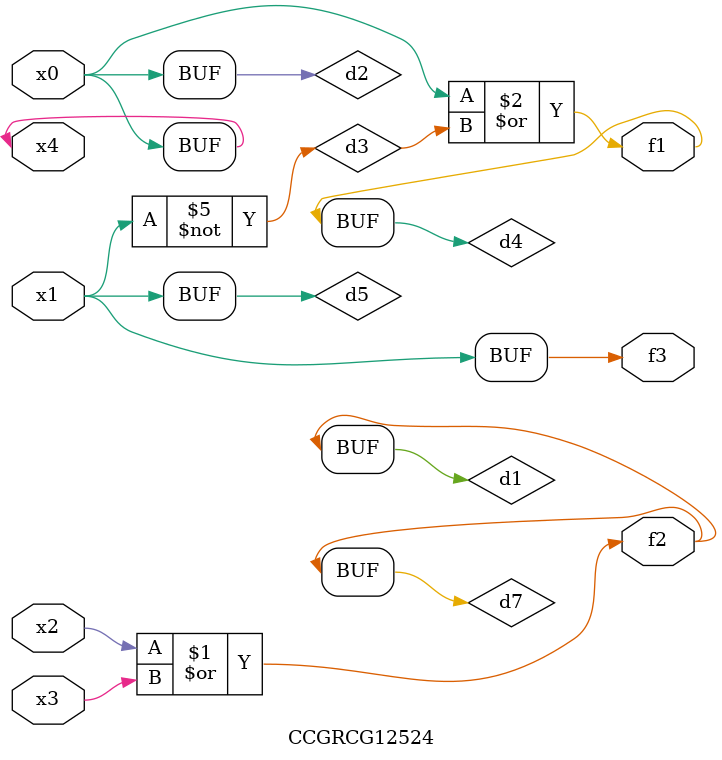
<source format=v>
module CCGRCG12524(
	input x0, x1, x2, x3, x4,
	output f1, f2, f3
);

	wire d1, d2, d3, d4, d5, d6, d7;

	or (d1, x2, x3);
	buf (d2, x0, x4);
	not (d3, x1);
	or (d4, d2, d3);
	not (d5, d3);
	nand (d6, d1, d3);
	or (d7, d1);
	assign f1 = d4;
	assign f2 = d7;
	assign f3 = d5;
endmodule

</source>
